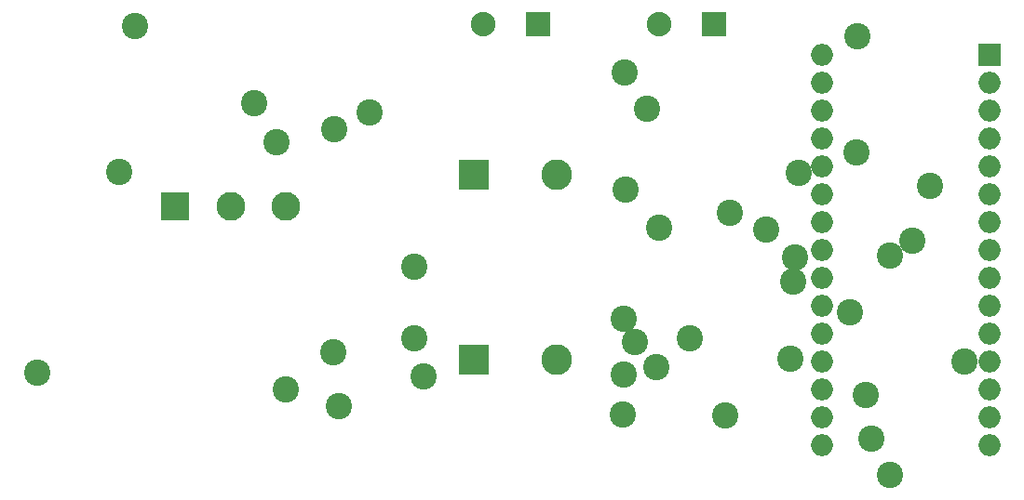
<source format=gbr>
G04 #@! TF.GenerationSoftware,KiCad,Pcbnew,5.0.0*
G04 #@! TF.CreationDate,2018-12-31T10:44:11-05:00*
G04 #@! TF.ProjectId,controller,636F6E74726F6C6C65722E6B69636164,rev?*
G04 #@! TF.SameCoordinates,Original*
G04 #@! TF.FileFunction,Soldermask,Bot*
G04 #@! TF.FilePolarity,Negative*
%FSLAX46Y46*%
G04 Gerber Fmt 4.6, Leading zero omitted, Abs format (unit mm)*
G04 Created by KiCad (PCBNEW 5.0.0) date Mon Dec 31 10:44:11 2018*
%MOMM*%
%LPD*%
G01*
G04 APERTURE LIST*
%ADD10C,2.235200*%
%ADD11R,2.235200X2.235200*%
%ADD12R,2.000000X2.000000*%
%ADD13O,2.000000X2.000000*%
%ADD14R,2.616200X2.616200*%
%ADD15C,2.616200*%
%ADD16C,2.800000*%
%ADD17R,2.800000X2.800000*%
%ADD18C,2.400000*%
G04 APERTURE END LIST*
D10*
G04 #@! TO.C,J2*
X93261280Y-27240000D03*
D11*
X98260000Y-27240000D03*
G04 #@! TD*
D12*
G04 #@! TO.C,A1*
X123260000Y-30040000D03*
D13*
X108020000Y-63060000D03*
X123260000Y-32580000D03*
X108020000Y-60520000D03*
X123260000Y-35120000D03*
X108020000Y-57980000D03*
X123260000Y-37660000D03*
X108020000Y-55440000D03*
X123260000Y-40200000D03*
X108020000Y-52900000D03*
X123260000Y-42740000D03*
X108020000Y-50360000D03*
X123260000Y-45280000D03*
X108020000Y-47820000D03*
X123260000Y-47820000D03*
X108020000Y-45280000D03*
X123260000Y-50360000D03*
X108020000Y-42740000D03*
X123260000Y-52900000D03*
X108020000Y-40200000D03*
X123260000Y-55440000D03*
X108020000Y-37660000D03*
X123260000Y-57980000D03*
X108020000Y-35120000D03*
X123260000Y-60520000D03*
X108020000Y-32580000D03*
X123260000Y-63060000D03*
X108020000Y-30040000D03*
X123260000Y-65600000D03*
X108020000Y-65600000D03*
G04 #@! TD*
D14*
G04 #@! TO.C,J1*
X49260000Y-43840000D03*
D15*
X54258720Y-43840000D03*
X59259980Y-43840000D03*
G04 #@! TD*
D11*
G04 #@! TO.C,J3*
X82259000Y-27240000D03*
D10*
X77260280Y-27240000D03*
G04 #@! TD*
D16*
G04 #@! TO.C,C1*
X83900000Y-57830000D03*
D17*
X76400000Y-57830000D03*
G04 #@! TD*
G04 #@! TO.C,C2*
X76390000Y-40990000D03*
D16*
X83890000Y-40990000D03*
G04 #@! TD*
D18*
X56398800Y-34473800D03*
X90075700Y-31640000D03*
X36720000Y-58977300D03*
X111260000Y-28340000D03*
X116248500Y-46988400D03*
X117852300Y-42034300D03*
X92960000Y-58540000D03*
X92160000Y-34940000D03*
X93260000Y-45840000D03*
X90023800Y-59179900D03*
X70990000Y-49349000D03*
X114210400Y-48331100D03*
X114210400Y-68324500D03*
X105215900Y-57713200D03*
X112535800Y-65033100D03*
X96079100Y-55857300D03*
X110585500Y-53510800D03*
X91060000Y-56240000D03*
X58460000Y-38040000D03*
X44152300Y-40761600D03*
X90190500Y-42325400D03*
X112076500Y-61006900D03*
X105926300Y-40806000D03*
X121020000Y-57980000D03*
X111160000Y-38940000D03*
X45560000Y-27440000D03*
X99234300Y-62873800D03*
X64089800Y-62083400D03*
X89981500Y-62856800D03*
X63690300Y-36796200D03*
X99711500Y-44462300D03*
X71018100Y-55866100D03*
X66916300Y-35287600D03*
X90001900Y-54081400D03*
X105470400Y-50699000D03*
X63587600Y-57133400D03*
X105618900Y-48498600D03*
X59333400Y-60530800D03*
X71830600Y-59344700D03*
X102987700Y-45945400D03*
M02*

</source>
